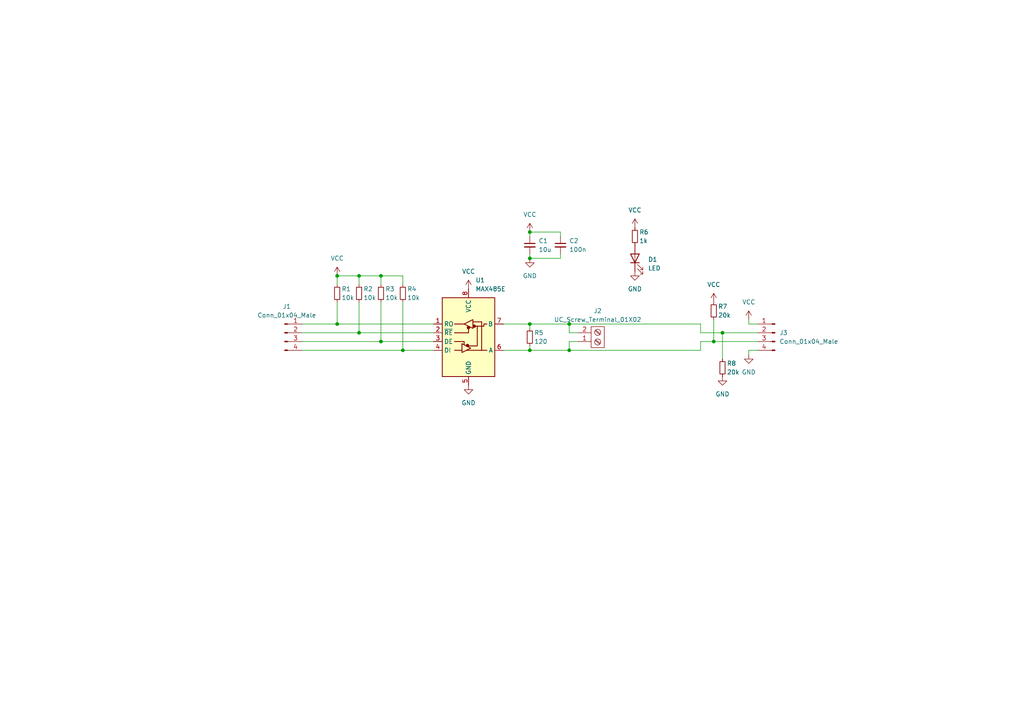
<source format=kicad_sch>
(kicad_sch (version 20211123) (generator eeschema)
  (paper "A4")
  (lib_symbols
    (symbol "Connector:Conn_01x04_Male" (pin_names (offset 1.016) hide)
      (property "Reference" "J" (at 0 5.08 0))
      (property "Value" "Conn_01x04_Male" (at 0 -7.62 0))
      (symbol "Conn_01x04_Male_1_1"
        (polyline (pts (xy 1.27 -5.08) (xy 0.8636 -5.08)) (stroke (width 0.1524)))
        (polyline (pts (xy 1.27 -2.54) (xy 0.8636 -2.54)) (stroke (width 0.1524)))
        (polyline (pts (xy 1.27 0) (xy 0.8636 0)) (stroke (width 0.1524)))
        (polyline (pts (xy 1.27 2.54) (xy 0.8636 2.54)) (stroke (width 0.1524)))
        (rectangle (start 0.8636 -4.953) (end 0 -5.207) (stroke (width 0.1524)) (fill (type outline)))
        (rectangle (start 0.8636 -2.413) (end 0 -2.667) (stroke (width 0.1524)) (fill (type outline)))
        (rectangle (start 0.8636 0.127) (end 0 -0.127) (stroke (width 0.1524)) (fill (type outline)))
        (rectangle (start 0.8636 2.667) (end 0 2.413) (stroke (width 0.1524)) (fill (type outline)))
        (pin passive line (at 5.08 2.54 180) (length 3.81) (name "Pin_1") (number "1"))
        (pin passive line (at 5.08 0 180) (length 3.81) (name "Pin_2") (number "2"))
        (pin passive line (at 5.08 -2.54 180) (length 3.81) (name "Pin_3") (number "3"))
        (pin passive line (at 5.08 -5.08 180) (length 3.81) (name "Pin_4") (number "4"))
      )
    )
    (symbol "Device:C_Small" (pin_numbers hide) (pin_names (offset 0.254) hide)
      (property "Reference" "C" (at 0.254 1.778 0))
      (property "Value" "C_Small" (at 0.254 -2.032 0))
      (symbol "C_Small_0_1"
        (polyline (pts (xy -1.524 -0.508) (xy 1.524 -0.508)) (stroke (width 0.3302)))
        (polyline (pts (xy -1.524 0.508) (xy 1.524 0.508)) (stroke (width 0.3048)))
      )
      (symbol "C_Small_1_1"
        (pin passive line (at 0 2.54 270) (length 2.032) (name "~") (number "1"))
        (pin passive line (at 0 -2.54 90) (length 2.032) (name "~") (number "2"))
      )
    )
    (symbol "Device:LED" (pin_numbers hide) (pin_names (offset 1.016) hide)
      (property "Reference" "D" (at 0 2.54 0))
      (property "Value" "LED" (at 0 -2.54 0))
      (symbol "LED_0_1"
        (polyline (pts (xy -1.27 -1.27) (xy -1.27 1.27)) (stroke (width 0.254)))
        (polyline (pts (xy -1.27 0) (xy 1.27 0)))
        (polyline (pts (xy 1.27 -1.27) (xy 1.27 1.27) (xy -1.27 0) (xy 1.27 -1.27)) (stroke (width 0.254)))
        (polyline (pts (xy -3.048 -0.762) (xy -4.572 -2.286) (xy -3.81 -2.286) (xy -4.572 -2.286) (xy -4.572 -1.524)))
        (polyline (pts (xy -1.778 -0.762) (xy -3.302 -2.286) (xy -2.54 -2.286) (xy -3.302 -2.286) (xy -3.302 -1.524)))
      )
      (symbol "LED_1_1"
        (pin passive line (at -3.81 0 0) (length 2.54) (name "K") (number "1"))
        (pin passive line (at 3.81 0 180) (length 2.54) (name "A") (number "2"))
      )
    )
    (symbol "Device:R_Small" (pin_numbers hide) (pin_names (offset 0.254) hide)
      (property "Reference" "R" (at 0.762 0.508 0))
      (property "Value" "R_Small" (at 0.762 -1.016 0))
      (symbol "R_Small_0_1"
        (rectangle (start -0.762 1.778) (end 0.762 -1.778) (stroke (width 0.2032)))
      )
      (symbol "R_Small_1_1"
        (pin passive line (at 0 2.54 270) (length 0.762) (name "~") (number "1"))
        (pin passive line (at 0 -2.54 90) (length 0.762) (name "~") (number "2"))
      )
    )
    (symbol "Interface_UART:MAX485E"
      (property "Reference" "U" (at -6.096 11.43 0))
      (property "Value" "MAX485E" (at 0.762 11.43 0))
      (symbol "MAX485E_0_1"
        (rectangle (start -7.62 10.16) (end 7.62 -12.7) (stroke (width 0.254)) (fill (type background)))
        (circle (center -0.3048 -3.683) (radius 0.3556) (stroke (width 0.254)) (fill (type outline)))
        (circle (center -0.0254 1.4986) (radius 0.3556) (stroke (width 0.254)) (fill (type outline)))
        (polyline (pts (xy -4.064 -5.08) (xy -1.905 -5.08)) (stroke (width 0.254)))
        (polyline (pts (xy -4.064 2.54) (xy -1.27 2.54)) (stroke (width 0.254)))
        (polyline (pts (xy -1.27 -3.2004) (xy -1.27 -3.4544)) (stroke (width 0.254)))
        (polyline (pts (xy -0.635 -5.08) (xy 5.334 -5.08)) (stroke (width 0.254)))
        (polyline (pts (xy -4.064 -2.54) (xy -1.27 -2.54) (xy -1.27 -3.175)) (stroke (width 0.254)))
        (polyline (pts (xy 0 1.27) (xy 0 0) (xy -4.064 0)) (stroke (width 0.254)))
        (polyline (pts (xy 1.27 3.175) (xy 3.81 3.175) (xy 3.81 -5.08)) (stroke (width 0.254)))
        (polyline (pts (xy 2.54 1.905) (xy 2.54 -3.81) (xy 0 -3.81)) (stroke (width 0.254)))
        (polyline (pts (xy -1.905 -3.175) (xy -1.905 -5.715) (xy 0.635 -4.445) (xy -1.905 -3.175)) (stroke (width 0.254)))
        (polyline (pts (xy -1.27 2.54) (xy 1.27 3.81) (xy 1.27 1.27) (xy -1.27 2.54)) (stroke (width 0.254)))
        (polyline (pts (xy 1.905 1.905) (xy 4.445 1.905) (xy 4.445 2.54) (xy 5.334 2.54)) (stroke (width 0.254)))
        (rectangle (start 1.27 3.175) (end 1.27 3.175))
        (circle (center 1.651 1.905) (radius 0.3556) (stroke (width 0.254)) (fill (type outline)))
      )
      (symbol "MAX485E_1_1"
        (pin output line (at -10.16 2.54 0) (length 2.54) (name "RO") (number "1"))
        (pin input line (at -10.16 0 0) (length 2.54) (name "~{RE}") (number "2"))
        (pin input line (at -10.16 -2.54 0) (length 2.54) (name "DE") (number "3"))
        (pin input line (at -10.16 -5.08 0) (length 2.54) (name "DI") (number "4"))
        (pin power_in line (at 0 -15.24 90) (length 2.54) (name "GND") (number "5"))
        (pin bidirectional line (at 10.16 -5.08 180) (length 2.54) (name "A") (number "6"))
        (pin bidirectional line (at 10.16 2.54 180) (length 2.54) (name "B") (number "7"))
        (pin power_in line (at 0 12.7 270) (length 2.54) (name "VCC") (number "8"))
      )
    )
    (symbol "enel200_uc_kicad5_2022:UC_Screw_Terminal_01X02" (pin_names (offset 1.016) hide)
      (property "Reference" "J" (at 0 5.08 0))
      (property "Value" "UC_Screw_Terminal_01X02" (at 4.445 -0.635 90))
      (symbol "UC_Screw_Terminal_01X02_0_1"
        (rectangle (start -1.27 3.048) (end 2.54 -3.048))
        (polyline (pts (xy 1.2192 2.032) (xy -0.1016 0.9398)))
        (circle (center 0.635 1.397) (radius 0.889))
      )
      (symbol "UC_Screw_Terminal_01X02_1_1"
        (polyline (pts (xy 1.2192 -0.762) (xy -0.1016 -1.8542)))
        (polyline (pts (xy 1.3716 -0.9652) (xy 0.0508 -2.0574)))
        (polyline (pts (xy 1.3716 1.8288) (xy 0.0508 0.7366)))
        (circle (center 0.635 -1.397) (radius 0.889))
        (pin passive line (at -5.08 1.27 0) (length 3.81) (name "P1") (number "1"))
        (pin passive line (at -5.08 -1.27 0) (length 3.81) (name "P2") (number "2"))
      )
    )
    (symbol "power:GND" (power) (pin_names (offset 0))
      (property "Value" "GND" (at 0 -3.81 0))
      (symbol "GND_0_1"
        (polyline (pts (xy 0 0) (xy 0 -1.27) (xy 1.27 -1.27) (xy 0 -2.54) (xy -1.27 -1.27) (xy 0 -1.27)))
      )
      (symbol "GND_1_1"
        (pin power_in line (at 0 0 270) (length 0) hide (name "GND") (number "1"))
      )
    )
    (symbol "power:VCC" (power) (pin_names (offset 0))
      (property "Value" "VCC" (at 0 3.81 0))
      (symbol "VCC_0_1"
        (polyline (pts (xy -0.762 1.27) (xy 0 2.54)))
        (polyline (pts (xy 0 0) (xy 0 2.54)))
        (polyline (pts (xy 0 2.54) (xy 0.762 1.27)))
      )
      (symbol "VCC_1_1"
        (pin power_in line (at 0 0 90) (length 0) hide (name "VCC") (number "1"))
      )
    )
  )
  (junction (at 153.67 67.31))
  (junction (at 97.79 93.98))
  (junction (at 110.49 99.06))
  (junction (at 104.14 96.52))
  (junction (at 207.01 99.06))
  (junction (at 97.79 80.01))
  (junction (at 153.67 74.93))
  (junction (at 153.67 101.6))
  (junction (at 165.1 101.6))
  (junction (at 104.14 80.01))
  (junction (at 209.55 96.52))
  (junction (at 116.84 101.6))
  (junction (at 110.49 80.01))
  (junction (at 165.1 93.98))
  (junction (at 153.67 93.98))
  (wire (pts (xy 217.17 102.87) (xy 217.17 101.6)))
  (wire (pts (xy 165.1 93.98) (xy 203.2 93.98)))
  (wire (pts (xy 146.05 101.6) (xy 153.67 101.6)))
  (wire (pts (xy 97.79 80.01) (xy 104.14 80.01)))
  (wire (pts (xy 165.1 93.98) (xy 153.67 93.98)))
  (wire (pts (xy 153.67 67.31) (xy 162.56 67.31)))
  (wire (pts (xy 203.2 93.98) (xy 203.2 96.52)))
  (wire (pts (xy 116.84 87.63) (xy 116.84 101.6)))
  (wire (pts (xy 110.49 87.63) (xy 110.49 99.06)))
  (wire (pts (xy 207.01 92.71) (xy 207.01 99.06)))
  (wire (pts (xy 209.55 96.52) (xy 209.55 104.14)))
  (wire (pts (xy 104.14 80.01) (xy 110.49 80.01)))
  (wire (pts (xy 110.49 80.01) (xy 110.49 82.55)))
  (wire (pts (xy 116.84 80.01) (xy 116.84 82.55)))
  (wire (pts (xy 203.2 99.06) (xy 207.01 99.06)))
  (wire (pts (xy 207.01 99.06) (xy 219.71 99.06)))
  (wire (pts (xy 167.64 99.06) (xy 165.1 99.06)))
  (wire (pts (xy 203.2 96.52) (xy 209.55 96.52)))
  (wire (pts (xy 110.49 99.06) (xy 125.73 99.06)))
  (wire (pts (xy 97.79 93.98) (xy 125.73 93.98)))
  (wire (pts (xy 153.67 68.58) (xy 153.67 67.31)))
  (wire (pts (xy 165.1 101.6) (xy 153.67 101.6)))
  (wire (pts (xy 87.63 101.6) (xy 116.84 101.6)))
  (wire (pts (xy 153.67 101.6) (xy 153.67 100.33)))
  (wire (pts (xy 167.64 96.52) (xy 165.1 96.52)))
  (wire (pts (xy 104.14 87.63) (xy 104.14 96.52)))
  (wire (pts (xy 97.79 87.63) (xy 97.79 93.98)))
  (wire (pts (xy 97.79 82.55) (xy 97.79 80.01)))
  (wire (pts (xy 162.56 67.31) (xy 162.56 68.58)))
  (wire (pts (xy 203.2 101.6) (xy 203.2 99.06)))
  (wire (pts (xy 162.56 74.93) (xy 162.56 73.66)))
  (wire (pts (xy 217.17 93.98) (xy 217.17 92.71)))
  (wire (pts (xy 217.17 101.6) (xy 219.71 101.6)))
  (wire (pts (xy 209.55 96.52) (xy 219.71 96.52)))
  (wire (pts (xy 165.1 96.52) (xy 165.1 93.98)))
  (wire (pts (xy 153.67 93.98) (xy 153.67 95.25)))
  (wire (pts (xy 165.1 99.06) (xy 165.1 101.6)))
  (wire (pts (xy 165.1 101.6) (xy 203.2 101.6)))
  (wire (pts (xy 219.71 93.98) (xy 217.17 93.98)))
  (wire (pts (xy 116.84 101.6) (xy 125.73 101.6)))
  (wire (pts (xy 146.05 93.98) (xy 153.67 93.98)))
  (wire (pts (xy 110.49 80.01) (xy 116.84 80.01)))
  (wire (pts (xy 87.63 93.98) (xy 97.79 93.98)))
  (wire (pts (xy 153.67 74.93) (xy 162.56 74.93)))
  (wire (pts (xy 104.14 96.52) (xy 125.73 96.52)))
  (wire (pts (xy 153.67 73.66) (xy 153.67 74.93)))
  (wire (pts (xy 87.63 99.06) (xy 110.49 99.06)))
  (wire (pts (xy 87.63 96.52) (xy 104.14 96.52)))
  (wire (pts (xy 104.14 80.01) (xy 104.14 82.55)))
  (symbol (lib_id "power:VCC") (at 97.79 80.01 0) (unit 1)
    (property "Reference" "#PWR01" (effects hide))
    (property "Value" "VCC" (at 97.79 74.93 0))
  )
  (symbol (lib_id "Connector:Conn_01x04_Male") (at 82.55 96.52 0) (unit 1)
    (property "Reference" "J1" (at 83.185 88.9 0))
    (property "Value" "Conn_01x04_Male" (at 83.185 91.44 0))
    (property "Footprint" "Connector_PinHeader_2.54mm:PinHeader_1x04_P2.54mm_Vertical" (effects hide))
  )
  (symbol (lib_id "Device:C_Small") (at 153.67 71.12 0) (unit 1)
    (property "Reference" "C1" (at 156.21 69.8562 0) (effects (justify left)))
    (property "Value" "10u" (at 156.21 72.3962 0) (effects (justify left)))
    (property "Footprint" "Capacitor_SMD:C_1206_3216Metric" (effects hide))
  )
  (symbol (lib_id "power:GND") (at 209.55 109.22 0) (unit 1)
    (property "Reference" "#PWR09" (effects hide))
    (property "Value" "GND" (at 209.55 114.3 0))
  )
  (symbol (lib_id "power:GND") (at 217.17 102.87 0) (unit 1)
    (property "Reference" "#PWR011" (effects hide))
    (property "Value" "GND" (at 217.17 107.95 0))
  )
  (symbol (lib_id "power:VCC") (at 217.17 92.71 0) (unit 1)
    (property "Reference" "#PWR010" (effects hide))
    (property "Value" "VCC" (at 217.17 87.63 0))
  )
  (symbol (lib_id "Device:C_Small") (at 162.56 71.12 0) (unit 1)
    (property "Reference" "C2" (at 165.1 69.8562 0) (effects (justify left)))
    (property "Value" "100n" (at 165.1 72.3962 0) (effects (justify left)))
    (property "Footprint" "Capacitor_SMD:C_1206_3216Metric" (effects hide))
  )
  (symbol (lib_id "Connector:Conn_01x04_Male") (at 224.79 96.52 0) (mirror y) (unit 1)
    (property "Reference" "J3" (at 226.06 96.5199 0) (effects (justify right)))
    (property "Value" "Conn_01x04_Male" (at 226.06 99.0599 0) (effects (justify right)))
    (property "Footprint" "Connector_PinHeader_2.54mm:PinHeader_1x04_P2.54mm_Vertical" (effects hide))
  )
  (symbol (lib_id "power:VCC") (at 135.89 83.82 0) (unit 1)
    (property "Reference" "#PWR02" (effects hide))
    (property "Value" "VCC" (at 135.89 78.74 0))
  )
  (symbol (lib_id "power:VCC") (at 184.15 66.04 0) (unit 1)
    (property "Reference" "#PWR06" (effects hide))
    (property "Value" "VCC" (at 184.15 60.96 0))
  )
  (symbol (lib_id "Device:R_Small") (at 209.55 106.68 0) (unit 1)
    (property "Reference" "R8" (at 210.82 105.41 0) (effects (justify left)))
    (property "Value" "20k" (at 210.82 107.95 0) (effects (justify left)))
    (property "Footprint" "Resistor_SMD:R_1206_3216Metric" (effects hide))
  )
  (symbol (lib_id "Interface_UART:MAX485E") (at 135.89 96.52 0) (unit 1)
    (property "Reference" "U1" (at 137.9094 81.28 0) (effects (justify left)))
    (property "Value" "MAX485E" (at 137.9094 83.82 0) (effects (justify left)))
    (property "Footprint" "Package_SO:SOIC-8_3.9x4.9mm_P1.27mm" (effects hide))
    (property "Datasheet" "https://datasheets.maximintegrated.com/en/ds/MAX1487E-MAX491E.pdf" (effects hide))
  )
  (symbol (lib_id "Device:R_Small") (at 97.79 85.09 0) (unit 1)
    (property "Reference" "R1" (at 99.06 83.82 0) (effects (justify left)))
    (property "Value" "10k" (at 99.06 86.36 0) (effects (justify left)))
    (property "Footprint" "Resistor_SMD:R_1206_3216Metric" (effects hide))
  )
  (symbol (lib_id "Device:R_Small") (at 110.49 85.09 0) (unit 1)
    (property "Reference" "R3" (at 111.76 83.82 0) (effects (justify left)))
    (property "Value" "10k" (at 111.76 86.36 0) (effects (justify left)))
    (property "Footprint" "Resistor_SMD:R_1206_3216Metric" (effects hide))
  )
  (symbol (lib_id "enel200_uc_kicad5_2022:UC_Screw_Terminal_01X02") (at 172.72 97.79 0) (mirror x) (unit 1)
    (property "Reference" "J2" (at 173.355 90.17 0))
    (property "Value" "UC_Screw_Terminal_01X02" (at 173.355 92.71 0))
    (property "Footprint" "TerminalBlock_Phoenix:TerminalBlock_Phoenix_MKDS-1,5-2-5.08_1x02_P5.08mm_Horizontal" (effects hide))
  )
  (symbol (lib_id "power:VCC") (at 153.67 67.31 0) (unit 1)
    (property "Reference" "#PWR04" (effects hide))
    (property "Value" "VCC" (at 153.67 62.23 0))
  )
  (symbol (lib_id "Device:R_Small") (at 153.67 97.79 0) (unit 1)
    (property "Reference" "R5" (at 154.94 96.52 0) (effects (justify left)))
    (property "Value" "120" (at 154.94 99.06 0) (effects (justify left)))
    (property "Footprint" "Resistor_SMD:R_1206_3216Metric" (effects hide))
  )
  (symbol (lib_id "power:GND") (at 153.67 74.93 0) (unit 1)
    (property "Reference" "#PWR05" (effects hide))
    (property "Value" "GND" (at 153.67 80.01 0))
  )
  (symbol (lib_id "Device:R_Small") (at 184.15 68.58 0) (unit 1)
    (property "Reference" "R6" (at 185.42 67.31 0) (effects (justify left)))
    (property "Value" "1k" (at 185.42 69.85 0) (effects (justify left)))
    (property "Footprint" "Resistor_SMD:R_1206_3216Metric" (effects hide))
  )
  (symbol (lib_id "Device:LED") (at 184.15 74.93 90) (unit 1)
    (property "Reference" "D1" (at 187.96 75.2474 90) (effects (justify right)))
    (property "Value" "LED" (at 187.96 77.7874 90) (effects (justify right)))
    (property "Footprint" "LED_SMD:LED_1206_3216Metric" (effects hide))
  )
  (symbol (lib_id "Device:R_Small") (at 116.84 85.09 0) (unit 1)
    (property "Reference" "R4" (at 118.11 83.82 0) (effects (justify left)))
    (property "Value" "10k" (at 118.11 86.36 0) (effects (justify left)))
    (property "Footprint" "Resistor_SMD:R_1206_3216Metric" (effects hide))
  )
  (symbol (lib_id "Device:R_Small") (at 207.01 90.17 0) (unit 1)
    (property "Reference" "R7" (at 208.28 88.9 0) (effects (justify left)))
    (property "Value" "20k" (at 208.28 91.44 0) (effects (justify left)))
    (property "Footprint" "Resistor_SMD:R_1206_3216Metric" (effects hide))
  )
  (symbol (lib_id "power:VCC") (at 207.01 87.63 0) (unit 1)
    (property "Reference" "#PWR08" (effects hide))
    (property "Value" "VCC" (at 207.01 82.55 0))
  )
  (symbol (lib_id "power:GND") (at 184.15 78.74 0) (unit 1)
    (property "Reference" "#PWR07" (effects hide))
    (property "Value" "GND" (at 184.15 83.82 0))
  )
  (symbol (lib_id "Device:R_Small") (at 104.14 85.09 0) (unit 1)
    (property "Reference" "R2" (at 105.41 83.82 0) (effects (justify left)))
    (property "Value" "10k" (at 105.41 86.36 0) (effects (justify left)))
    (property "Footprint" "Resistor_SMD:R_1206_3216Metric" (effects hide))
  )
  (symbol (lib_id "power:GND") (at 135.89 111.76 0) (unit 1)
    (property "Reference" "#PWR03" (effects hide))
    (property "Value" "GND" (at 135.89 116.84 0))
  )
)
</source>
